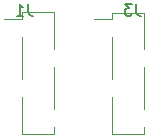
<source format=gbo>
G04 #@! TF.FileFunction,Legend,Bot*
%FSLAX46Y46*%
G04 Gerber Fmt 4.6, Leading zero omitted, Abs format (unit mm)*
G04 Created by KiCad (PCBNEW 4.0.7-e2-6376~58~ubuntu16.04.1) date Sat Jan 13 09:37:07 2018*
%MOMM*%
%LPD*%
G01*
G04 APERTURE LIST*
%ADD10C,0.100000*%
%ADD11C,0.120000*%
%ADD12C,0.150000*%
G04 APERTURE END LIST*
D10*
D11*
X154488000Y-99864000D02*
X151828000Y-99864000D01*
X154488000Y-110144000D02*
X151828000Y-110144000D01*
X151828000Y-101954000D02*
X151828000Y-105514000D01*
X151828000Y-107034000D02*
X151828000Y-110144000D01*
X154488000Y-99864000D02*
X154488000Y-102974000D01*
X151828000Y-100434000D02*
X150308000Y-100434000D01*
X151828000Y-99864000D02*
X151828000Y-100434000D01*
X154488000Y-109574000D02*
X154488000Y-110144000D01*
X154488000Y-104494000D02*
X154488000Y-108054000D01*
X162108000Y-99889000D02*
X159448000Y-99889000D01*
X162108000Y-110169000D02*
X159448000Y-110169000D01*
X159448000Y-101979000D02*
X159448000Y-105539000D01*
X159448000Y-107059000D02*
X159448000Y-110169000D01*
X162108000Y-99889000D02*
X162108000Y-102999000D01*
X159448000Y-100459000D02*
X157928000Y-100459000D01*
X159448000Y-99889000D02*
X159448000Y-100459000D01*
X162108000Y-109599000D02*
X162108000Y-110169000D01*
X162108000Y-104519000D02*
X162108000Y-108079000D01*
D12*
X152352333Y-99147781D02*
X152352333Y-99862067D01*
X152399953Y-100004924D01*
X152495191Y-100100162D01*
X152638048Y-100147781D01*
X152733286Y-100147781D01*
X151352333Y-100147781D02*
X151923762Y-100147781D01*
X151638048Y-100147781D02*
X151638048Y-99147781D01*
X151733286Y-99290638D01*
X151828524Y-99385876D01*
X151923762Y-99433495D01*
X161496333Y-99147381D02*
X161496333Y-99861667D01*
X161543953Y-100004524D01*
X161639191Y-100099762D01*
X161782048Y-100147381D01*
X161877286Y-100147381D01*
X161115381Y-99147381D02*
X160496333Y-99147381D01*
X160829667Y-99528333D01*
X160686809Y-99528333D01*
X160591571Y-99575952D01*
X160543952Y-99623571D01*
X160496333Y-99718810D01*
X160496333Y-99956905D01*
X160543952Y-100052143D01*
X160591571Y-100099762D01*
X160686809Y-100147381D01*
X160972524Y-100147381D01*
X161067762Y-100099762D01*
X161115381Y-100052143D01*
M02*

</source>
